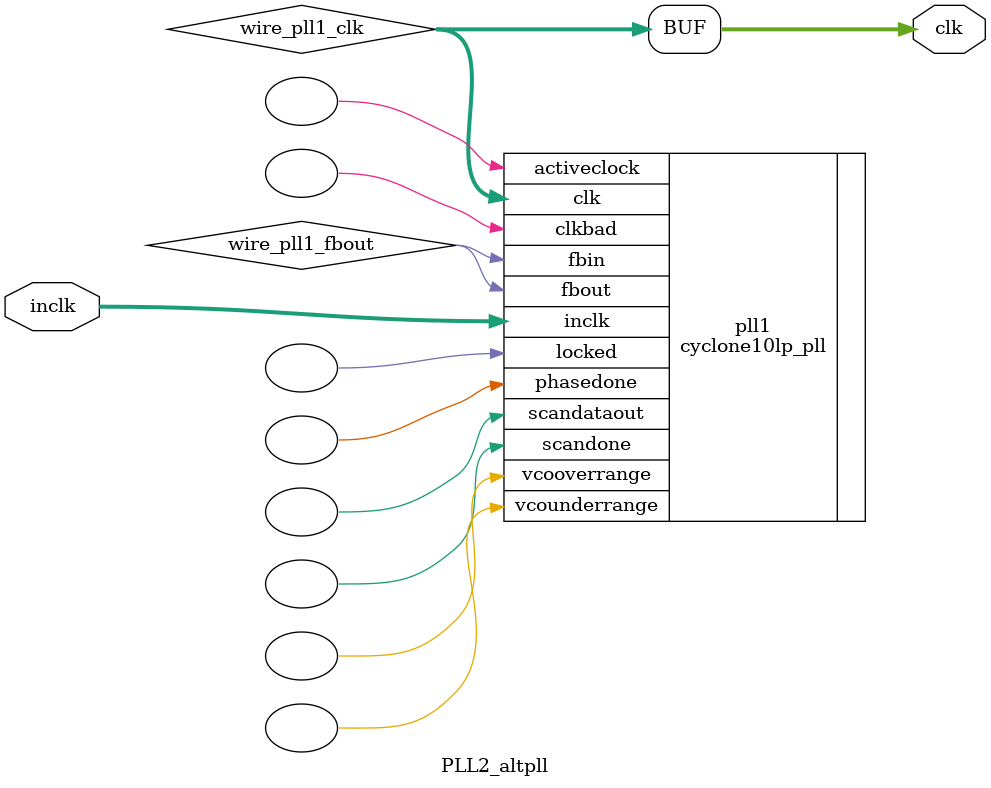
<source format=v>






//synthesis_resources = cyclone10lp_pll 1 
//synopsys translate_off
`timescale 1 ps / 1 ps
//synopsys translate_on
module  PLL2_altpll
	( 
	clk,
	inclk) /* synthesis synthesis_clearbox=1 */;
	output   [4:0]  clk;
	input   [1:0]  inclk;
`ifndef ALTERA_RESERVED_QIS
// synopsys translate_off
`endif
	tri0   [1:0]  inclk;
`ifndef ALTERA_RESERVED_QIS
// synopsys translate_on
`endif

	wire  [4:0]   wire_pll1_clk;
	wire  wire_pll1_fbout;

	cyclone10lp_pll   pll1
	( 
	.activeclock(),
	.clk(wire_pll1_clk),
	.clkbad(),
	.fbin(wire_pll1_fbout),
	.fbout(wire_pll1_fbout),
	.inclk(inclk),
	.locked(),
	.phasedone(),
	.scandataout(),
	.scandone(),
	.vcooverrange(),
	.vcounderrange()
	`ifndef FORMAL_VERIFICATION
	// synopsys translate_off
	`endif
	,
	.areset(1'b0),
	.clkswitch(1'b0),
	.configupdate(1'b0),
	.pfdena(1'b1),
	.phasecounterselect({3{1'b0}}),
	.phasestep(1'b0),
	.phaseupdown(1'b0),
	.scanclk(1'b0),
	.scanclkena(1'b1),
	.scandata(1'b0)
	`ifndef FORMAL_VERIFICATION
	// synopsys translate_on
	`endif
	);
	defparam
		pll1.bandwidth_type = "auto",
		pll1.clk0_divide_by = 125,
		pll1.clk0_duty_cycle = 50,
		pll1.clk0_multiply_by = 1,
		pll1.clk0_phase_shift = "0",
		pll1.compensate_clock = "clk0",
		pll1.inclk0_input_frequency = 83333,
		pll1.operation_mode = "normal",
		pll1.pll_type = "auto",
		pll1.lpm_type = "cyclone10lp_pll";
	assign
		clk = {wire_pll1_clk[4:0]};
endmodule //PLL2_altpll
//VALID FILE

</source>
